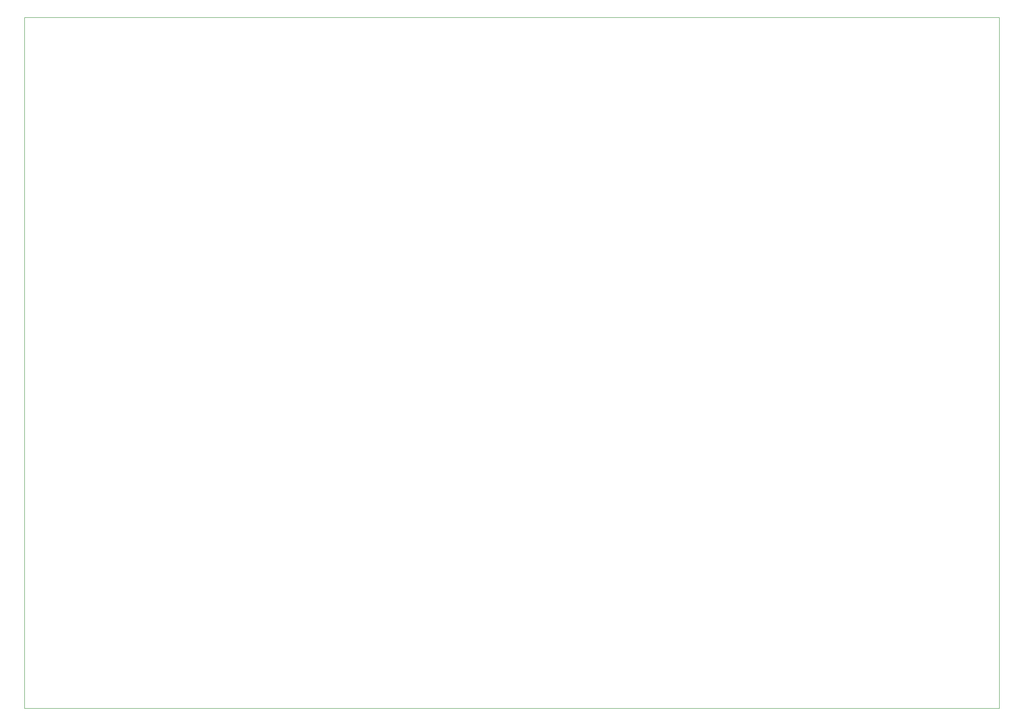
<source format=gm1>
%FSLAX25Y25*%
%MOIN*%
G70*
G01*
G75*
G04 Layer_Color=16711935*
%ADD10R,0.09000X0.15000*%
%ADD11C,0.05000*%
%ADD12C,0.02500*%
%ADD13R,0.46000X0.47000*%
%ADD14R,0.35500X1.86000*%
%ADD15R,0.36000X1.86000*%
%ADD16R,0.37000X1.86000*%
%ADD17R,0.36500X1.86000*%
%ADD18R,0.39000X1.87000*%
%ADD19R,0.37000X1.87000*%
%ADD20R,0.37500X1.87000*%
%ADD21R,0.38000X1.87000*%
%ADD22R,0.15000X1.88000*%
%ADD23O,0.06300X0.05500*%
%ADD24C,0.40000*%
%ADD25R,0.05906X0.05906*%
%ADD26C,0.05906*%
%ADD27C,0.05906*%
%ADD28R,0.10780X1.86811*%
G04:AMPARAMS|DCode=29|XSize=1868.11mil|YSize=107.8mil|CornerRadius=26.95mil|HoleSize=0mil|Usage=FLASHONLY|Rotation=270.000|XOffset=0mil|YOffset=0mil|HoleType=Round|Shape=RoundedRectangle|*
%AMROUNDEDRECTD29*
21,1,1.86811,0.05390,0,0,270.0*
21,1,1.81421,0.10780,0,0,270.0*
1,1,0.05390,-0.02695,-0.90711*
1,1,0.05390,-0.02695,0.90711*
1,1,0.05390,0.02695,0.90711*
1,1,0.05390,0.02695,-0.90711*
%
%ADD29ROUNDEDRECTD29*%
%ADD30C,0.05000*%
%ADD31C,0.01000*%
%ADD32C,0.01500*%
%ADD33R,0.43000X0.45000*%
%ADD34R,0.37500X1.86000*%
%ADD35C,0.00700*%
%ADD36C,0.00787*%
%ADD37C,0.00800*%
%ADD38R,0.09800X0.15800*%
%ADD39O,0.07100X0.06300*%
%ADD40C,0.40800*%
%ADD41R,0.06706X0.06706*%
%ADD42C,0.06706*%
%ADD43C,0.06706*%
%ADD44R,0.11580X1.87611*%
G04:AMPARAMS|DCode=45|XSize=1876.11mil|YSize=115.8mil|CornerRadius=30.95mil|HoleSize=0mil|Usage=FLASHONLY|Rotation=270.000|XOffset=0mil|YOffset=0mil|HoleType=Round|Shape=RoundedRectangle|*
%AMROUNDEDRECTD45*
21,1,1.87611,0.05390,0,0,270.0*
21,1,1.81421,0.11580,0,0,270.0*
1,1,0.06190,-0.02695,-0.90711*
1,1,0.06190,-0.02695,0.90711*
1,1,0.06190,0.02695,0.90711*
1,1,0.06190,0.02695,-0.90711*
%
%ADD45ROUNDEDRECTD45*%
%ADD46C,0.00800*%
%ADD47C,0.05800*%
%ADD48C,0.01969*%
%ADD49C,0.00701*%
D49*
X-72000Y-45500D02*
Y1004500D01*
X1408000D01*
Y-45500D02*
Y1004500D01*
X-72000Y-45500D02*
X1408000D01*
M02*

</source>
